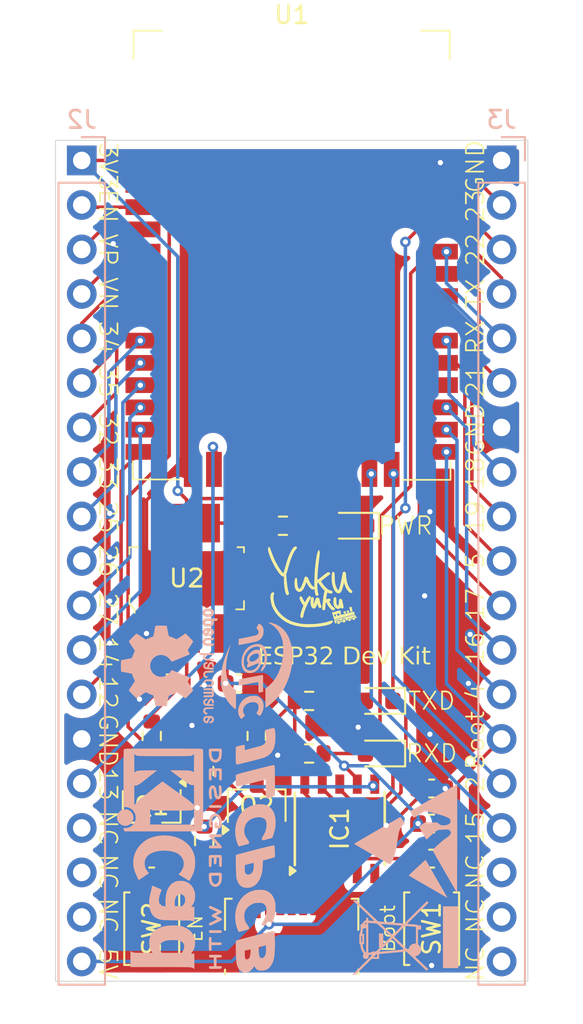
<source format=kicad_pcb>
(kicad_pcb (version 20240108) (generator "pcbnew") (generator_version "8.0")
  (layers (0 "F.Cu" signal) (31 "B.Cu" signal) (34 "B.Paste" user) (35 "F.Paste" user) (36 "B.SilkS" user "B.Silkscreen") (37 "F.SilkS" user "F.Silkscreen") (38 "B.Mask" user) (39 "F.Mask" user) (44 "Edge.Cuts" user))
  (net 0 "")
  (net 1 "+5V")
  (net 2 "+3.3V")
  (net 3 "GND")
  (net 4 "Net-(Q1-B)")
  (net 5 "/~{DTR}")
  (net 6 "Net-(Q2-B)")
  (net 7 "/~{RTS}")
  (net 8 "/Boot")
  (net 9 "/EN")
  (net 10 "Net-(D1-A)")
  (net 11 "Net-(D2-A)")
  (net 12 "Net-(D3-A)")
  (net 14 "/IO23")
  (net 16 "/IO2{slash}pulldown")
  (net 18 "/IO34")
  (net 20 "/IO32")
  (net 21 "/TXD")
  (net 22 "/VP")
  (net 23 "/IO26")
  (net 25 "/IO14")
  (net 26 "/IO4")
  (net 27 "/RXD")
  (net 28 "/IO25")
  (net 29 "/IO35")
  (net 31 "/IO13")
  (net 32 "/IO18")
  (net 33 "/IO17")
  (net 34 "/IO33")
  (net 35 "/IO19")
  (net 36 "/IO15{slash}pullup")
  (net 37 "/VN")
  (net 39 "/IO21")
  (net 40 "/IO5{slash}pullup")
  (net 41 "/IO27")
  (net 42 "/IO16")
  (net 43 "/IO12{slash}pulldown")
  (net 44 "/IO22")
  (net 46 "Net-(IC1-V3)")
  (net 47 "Net-(IC1-UD+)")
  (net 48 "Net-(IC1-UD-)")
  (footprint "Resistor_SMD:R_0603_1608Metric" (layer "F.Cu") (at 165 125 180)
    (property "Reference" "R6" (hide yes))
    (property "Value" "1k")
    (pad "1" smd roundrect (at -0.825 0 180) (size 0.8 0.95) (layers "F.Cu" "F.Paste" "F.Mask") (net 11 "Net-(D2-A)"))
    (pad "2" smd roundrect (at 0.825 0 180) (size 0.8 0.95) (layers "F.Cu" "F.Paste" "F.Mask") (net 2 "+3.3V"))
  )
  (footprint "digikey-footprints:SOT-223" (layer "F.Cu") (at 158 115)
    (property "Reference" "U2" (at 0 0 0) (layer "F.SilkS"))
    (property "Value" "AZ1117CH-3_3TRG1")
    (pad "1" smd rect (at -2.3 3.15) (size 1.5 2.2) (layers "F.Cu" "F.Paste" "F.Mask") (net 3 "GND"))
    (pad "2" smd rect (at 0 3.15) (size 1.5 2.2) (layers "F.Cu" "F.Paste" "F.Mask") (net 2 "+3.3V"))
    (pad "3" smd rect (at 2.3 3.15) (size 1.5 2.2) (layers "F.Cu" "F.Paste" "F.Mask") (net 1 "+5V"))
    (pad "4" smd rect (at 0 -3.15) (size 3.8 2.2) (layers "F.Cu" "F.Paste" "F.Mask") (net 2 "+3.3V"))
  )
  (footprint "digikey-footprints:ESP32-WROOM-32E" (layer "F.Cu") (at 164 99.53)
    (property "Reference" "U1" (at 0.01 -16.69 0) (layer "F.SilkS"))
    (property "Value" "ESP32-WROOM-32E")
    (pad "1" smd rect (at -8.5 -8.255) (size 2 0.9) (layers "F.Cu" "F.Paste" "F.Mask") (net 3 "GND"))
    (pad "2" smd rect (at -8.5 -6.985) (size 2 0.9) (layers "F.Cu" "F.Paste" "F.Mask") (net 2 "+3.3V"))
    (pad "3" smd rect (at -8.5 -5.715) (size 2 0.9) (layers "F.Cu" "F.Paste" "F.Mask") (net 9 "/EN"))
    (pad "4" smd rect (at -8.5 -4.445) (size 2 0.9) (layers "F.Cu" "F.Paste" "F.Mask") (net 22 "/VP"))
    (pad "5" smd rect (at -8.5 -3.175) (size 2 0.9) (layers "F.Cu" "F.Paste" "F.Mask") (net 37 "/VN"))
    (pad "6" smd rect (at -8.5 -1.905) (size 2 0.9) (layers "F.Cu" "F.Paste" "F.Mask") (net 18 "/IO34"))
    (pad "7" smd rect (at -8.5 -0.635) (size 2 0.9) (layers "F.Cu" "F.Paste" "F.Mask") (net 29 "/IO35"))
    (pad "8" smd rect (at -8.5 0.635) (size 2 0.9) (layers "F.Cu" "F.Paste" "F.Mask") (net 20 "/IO32"))
    (pad "9" smd rect (at -8.5 1.905) (size 2 0.9) (layers "F.Cu" "F.Paste" "F.Mask") (net 34 "/IO33"))
    (pad "10" smd rect (at -8.5 3.175) (size 2 0.9) (layers "F.Cu" "F.Paste" "F.Mask") (net 28 "/IO25"))
    (pad "11" smd rect (at -8.5 4.445) (size 2 0.9) (layers "F.Cu" "F.Paste" "F.Mask") (net 23 "/IO26"))
    (pad "12" smd rect (at -8.5 5.715) (size 2 0.9) (layers "F.Cu" "F.Paste" "F.Mask") (net 41 "/IO27"))
    (pad "13" smd rect (at -8.5 6.985) (size 2 0.9) (layers "F.Cu" "F.Paste" "F.Mask") (net 25 "/IO14"))
    (pad "14" smd rect (at -8.5 8.255) (size 2 0.9) (layers "F.Cu" "F.Paste" "F.Mask") (net 43 "/IO12{slash}pulldown"))
    (pad "15" smd rect (at -5.715 9.255 90) (size 2 0.9) (layers "F.Cu" "F.Paste" "F.Mask") (net 3 "GND"))
    (pad "16" smd rect (at -4.445 9.255 90) (size 2 0.9) (layers "F.Cu" "F.Paste" "F.Mask") (net 31 "/IO13"))
    (pad "17" smd rect (at -3.175 9.255 90) (size 2 0.9) (layers "F.Cu" "F.Paste" "F.Mask"))
    (pad "18" smd rect (at -1.905 9.255 90) (size 2 0.9) (layers "F.Cu" "F.Paste" "F.Mask"))
    (pad "19" smd rect (at -0.635 9.255 90) (size 2 0.9) (layers "F.Cu" "F.Paste" "F.Mask"))
    (pad "20" smd rect (at 0.635 9.255 90) (size 2 0.9) (layers "F.Cu" "F.Paste" "F.Mask"))
    (pad "21" smd rect (at 1.905 9.255 90) (size 2 0.9) (layers "F.Cu" "F.Paste" "F.Mask"))
    (pad "22" smd rect (at 3.175 9.255 90) (size 2 0.9) (layers "F.Cu" "F.Paste" "F.Mask"))
    (pad "23" smd rect (at 4.445 9.255 90) (size 2 0.9) (layers "F.Cu" "F.Paste" "F.Mask") (net 36 "/IO15{slash}pullup"))
    (pad "24" smd rect (at 5.715 9.255 90) (size 2 0.9) (layers "F.Cu" "F.Paste" "F.Mask") (net 16 "/IO2{slash}pulldown"))
    (pad "25" smd rect (at 8.5 8.255) (size 2 0.9) (layers "F.Cu" "F.Paste" "F.Mask") (net 8 "/Boot"))
    (pad "26" smd rect (at 8.5 6.985) (size 2 0.9) (layers "F.Cu" "F.Paste" "F.Mask") (net 26 "/IO4"))
    (pad "27" smd rect (at 8.5 5.715) (size 2 0.9) (layers "F.Cu" "F.Paste" "F.Mask") (net 42 "/IO16"))
    (pad "28" smd rect (at 8.5 4.445) (size 2 0.9) (layers "F.Cu" "F.Paste" "F.Mask") (net 33 "/IO17"))
    (pad "29" smd rect (at 8.5 3.175) (size 2 0.9) (layers "F.Cu" "F.Paste" "F.Mask") (net 40 "/IO5{slash}pullup"))
    (pad "30" smd rect (at 8.5 1.905) (size 2 0.9) (layers "F.Cu" "F.Paste" "F.Mask") (net 32 "/IO18"))
    (pad "31" smd rect (at 8.5 0.635) (size 2 0.9) (layers "F.Cu" "F.Paste" "F.Mask") (net 35 "/IO19"))
    (pad "32" smd rect (at 8.5 -0.635) (size 2 0.9) (layers "F.Cu" "F.Paste" "F.Mask"))
    (pad "33" smd rect (at 8.5 -1.905) (size 2 0.9) (layers "F.Cu" "F.Paste" "F.Mask") (net 39 "/IO21"))
    (pad "34" smd rect (at 8.5 -3.175) (size 2 0.9) (layers "F.Cu" "F.Paste" "F.Mask") (net 27 "/RXD"))
    (pad "35" smd rect (at 8.5 -4.445) (size 2 0.9) (layers "F.Cu" "F.Paste" "F.Mask") (net 21 "/TXD"))
    (pad "36" smd rect (at 8.5 -5.715) (size 2 0.9) (layers "F.Cu" "F.Paste" "F.Mask") (net 44 "/IO22"))
    (pad "37" smd rect (at 8.5 -6.985) (size 2 0.9) (layers "F.Cu" "F.Paste" "F.Mask") (net 14 "/IO23"))
    (pad "38" smd rect (at 8.5 -8.255) (size 2 0.9) (layers "F.Cu" "F.Paste" "F.Mask") (net 3 "GND"))
    (pad "39" smd rect (at -1 -1.755) (size 5 5) (layers "F.Cu" "F.Paste" "F.Mask") (net 3 "GND"))
  )
  (footprint "Resistor_SMD:R_0603_1608Metric" (layer "F.Cu") (at 159 126 90)
    (property "Reference" "R1" (hide yes))
    (property "Value" "10k")
    (pad "1" smd roundrect (at -0.825 0 90) (size 0.8 0.95) (layers "F.Cu" "F.Paste" "F.Mask") (net 5 "/~{DTR}"))
    (pad "2" smd roundrect (at 0.825 0 90) (size 0.8 0.95) (layers "F.Cu" "F.Paste" "F.Mask") (net 4 "Net-(Q1-B)"))
  )
  (footprint "Resistor_SMD:R_0603_1608Metric" (layer "F.Cu") (at 165 122 180)
    (property "Reference" "R5" (hide yes))
    (property "Value" "1k")
    (pad "1" smd roundrect (at -0.825 0 180) (size 0.8 0.95) (layers "F.Cu" "F.Paste" "F.Mask") (net 10 "Net-(D1-A)"))
    (pad "2" smd roundrect (at 0.825 0 180) (size 0.8 0.95) (layers "F.Cu" "F.Paste" "F.Mask") (net 2 "+3.3V"))
  )
  (footprint "Connector_USB:USB_Micro-B_Molex_47346-0001" (layer "F.Cu") (at 164 135)
    (property "Reference" "J1" (hide yes))
    (property "Value" "USB_B_Micro")
    (pad "1" smd rect (at -1.3 -1.46) (size 0.45 1.38) (layers "F.Cu" "F.Paste" "F.Mask") (net 1 "+5V"))
    (pad "2" smd rect (at -0.65 -1.46) (size 0.45 1.38) (layers "F.Cu" "F.Paste" "F.Mask") (net 48 "Net-(IC1-UD-)"))
    (pad "3" smd rect (at 0 -1.46) (size 0.45 1.38) (layers "F.Cu" "F.Paste" "F.Mask") (net 47 "Net-(IC1-UD+)"))
    (pad "4" smd rect (at 0.65 -1.46) (size 0.45 1.38) (layers "F.Cu" "F.Paste" "F.Mask"))
    (pad "5" smd rect (at 1.3 -1.46) (size 0.45 1.38) (layers "F.Cu" "F.Paste" "F.Mask") (net 3 "GND"))
    (pad "6" smd rect (at -3.375 1.2) (size 1.65 1.3) (layers "F.Cu" "F.Paste" "F.Mask") (net 3 "GND"))
    (pad "6" smd rect (at -2.4875 -1.375) (size 1.425 1.55) (layers "F.Cu" "F.Paste" "F.Mask") (net 3 "GND"))
    (pad "6" smd rect (at -1.15 1.2) (size 1.8 1.9) (layers "F.Cu" "F.Paste" "F.Mask") (net 3 "GND"))
    (pad "6" smd rect (at 1.55 1.2) (size 1 1.9) (layers "F.Cu" "F.Paste" "F.Mask") (net 3 "GND"))
    (pad "6" smd rect (at 2.4875 -1.375) (size 1.425 1.55) (layers "F.Cu" "F.Paste" "F.Mask") (net 3 "GND"))
    (pad "6" smd rect (at 3.375 1.2) (size 1.65 1.3) (layers "F.Cu" "F.Paste" "F.Mask") (net 3 "GND"))
  )
  (footprint "Resistor_SMD:R_0603_1608Metric" (layer "F.Cu") (at 163.5 112 180)
    (property "Reference" "R7" (hide yes))
    (property "Value" "1k")
    (pad "1" smd roundrect (at -0.825 0 180) (size 0.8 0.95) (layers "F.Cu" "F.Paste" "F.Mask") (net 12 "Net-(D3-A)"))
    (pad "2" smd roundrect (at 0.825 0 180) (size 0.8 0.95) (layers "F.Cu" "F.Paste" "F.Mask") (net 2 "+3.3V"))
  )
  (footprint "Capacitor_SMD:C_0603_1608Metric" (layer "F.Cu") (at 172 129)
    (property "Reference" "C1" (hide yes))
    (property "Value" "0.1uF")
    (pad "1" smd roundrect (at -0.775 0) (size 0.9 0.95) (layers "F.Cu" "F.Paste" "F.Mask") (net 1 "+5V"))
    (pad "2" smd roundrect (at 0.775 0) (size 0.9 0.95) (layers "F.Cu" "F.Paste" "F.Mask") (net 3 "GND"))
  )
  (footprint "LED_SMD:LED_0603_1608Metric" (layer "F.Cu") (at 169 122 180)
    (property "Reference" "D1" (hide yes))
    (property "Value" "LED_yellow")
    (pad "1" smd roundrect (at -0.7875 0 180) (size 0.875 0.95) (layers "F.Cu" "F.Paste" "F.Mask") (net 21 "/TXD"))
    (pad "2" smd roundrect (at 0.7875 0 180) (size 0.875 0.95) (layers "F.Cu" "F.Paste" "F.Mask") (net 10 "Net-(D1-A)"))
  )
  (footprint "Resistor_SMD:R_0603_1608Metric" (layer "F.Cu") (at 156 124 -90)
    (property "Reference" "R4" (hide yes))
    (property "Value" "10k")
    (pad "1" smd roundrect (at -0.825 0 270) (size 0.8 0.95) (layers "F.Cu" "F.Paste" "F.Mask") (net 2 "+3.3V"))
    (pad "2" smd roundrect (at 0.825 0 270) (size 0.8 0.95) (layers "F.Cu" "F.Paste" "F.Mask") (net 9 "/EN"))
  )
  (footprint "Package_TO_SOT_SMD:SC-59" (layer "F.Cu") (at 156 128 -90)
    (property "Reference" "Q1" (at 0 0 180) (layer "F.SilkS"))
    (property "Value" "Q_NPN_BEC")
    (pad "1" smd roundrect (at -1.2 -0.95 270) (size 0.9 0.8) (layers "F.Cu" "F.Paste" "F.Mask") (net 4 "Net-(Q1-B)"))
    (pad "2" smd roundrect (at -1.2 0.95 270) (size 0.9 0.8) (layers "F.Cu" "F.Paste" "F.Mask") (net 7 "/~{RTS}"))
    (pad "3" smd roundrect (at 1.2 0 270) (size 0.9 0.8) (layers "F.Cu" "F.Paste" "F.Mask") (net 9 "/EN"))
  )
  (footprint "Capacitor_SMD:C_0603_1608Metric" (layer "F.Cu") (at 157 121 180)
    (property "Reference" "C6" (hide yes))
    (property "Value" "22uF")
    (pad "1" smd roundrect (at -0.775 0 180) (size 0.9 0.95) (layers "F.Cu" "F.Paste" "F.Mask") (net 2 "+3.3V"))
    (pad "2" smd roundrect (at 0.775 0 180) (size 0.9 0.95) (layers "F.Cu" "F.Paste" "F.Mask") (net 3 "GND"))
  )
  (footprint "Capacitor_SMD:C_0603_1608Metric" (layer "F.Cu") (at 161 121)
    (property "Reference" "C5" (hide yes))
    (property "Value" "10uF")
    (pad "1" smd roundrect (at -0.775 0) (size 0.9 0.95) (layers "F.Cu" "F.Paste" "F.Mask") (net 1 "+5V"))
    (pad "2" smd roundrect (at 0.775 0) (size 0.9 0.95) (layers "F.Cu" "F.Paste" "F.Mask") (net 3 "GND"))
  )
  (footprint "Button_Switch_SMD:SW_Push_SPST_NO_Alps_SKRK" (layer "F.Cu") (at 156 135 90)
    (property "Reference" "SW2" (at 0 0 -90) (layer "F.SilkS"))
    (property "Value" "SW_Push")
    (pad "1" smd roundrect (at -2.1 0 90) (size 0.8 2) (layers "F.Cu" "F.Paste" "F.Mask") (net 3 "GND"))
    (pad "2" smd roundrect (at 2.1 0 90) (size 0.8 2) (layers "F.Cu" "F.Paste" "F.Mask") (net 9 "/EN"))
  )
  (footprint "Package_TO_SOT_SMD:SC-59" (layer "F.Cu") (at 162 128 90)
    (property "Reference" "Q2" (at 0 0 0) (layer "F.SilkS"))
    (property "Value" "Q_NPN_BEC")
    (pad "1" smd roundrect (at -1.2 -0.95 90) (size 0.9 0.8) (layers "F.Cu" "F.Paste" "F.Mask") (net 6 "Net-(Q2-B)"))
    (pad "2" smd roundrect (at -1.2 0.95 90) (size 0.9 0.8) (layers "F.Cu" "F.Paste" "F.Mask") (net 5 "/~{DTR}"))
    (pad "3" smd roundrect (at 1.2 0 90) (size 0.9 0.8) (layers "F.Cu" "F.Paste" "F.Mask") (net 8 "/Boot"))
  )
  (footprint "LED_SMD:LED_0603_1608Metric" (layer "F.Cu") (at 169 125 180)
    (property "Reference" "D2" (hide yes))
    (property "Value" "LED_yellow")
    (pad "1" smd roundrect (at -0.7875 0 180) (size 0.875 0.95) (layers "F.Cu" "F.Paste" "F.Mask") (net 27 "/RXD"))
    (pad "2" smd roundrect (at 0.7875 0 180) (size 0.875 0.95) (layers "F.Cu" "F.Paste" "F.Mask") (net 11 "Net-(D2-A)"))
  )
  (footprint "Capacitor_SMD:C_0603_1608Metric" (layer "F.Cu") (at 172 131)
    (property "Reference" "C3" (hide yes))
    (property "Value" "0.1uF")
    (pad "1" smd roundrect (at -0.775 0) (size 0.9 0.95) (layers "F.Cu" "F.Paste" "F.Mask") (net 8 "/Boot"))
    (pad "2" smd roundrect (at 0.775 0) (size 0.9 0.95) (layers "F.Cu" "F.Paste" "F.Mask") (net 3 "GND"))
  )
  (footprint "Package_SO:SSOP-10_3.9x4.9mm_P1.00mm" (layer "F.Cu") (at 166.75 129.3 90)
    (property "Reference" "IC1" (at 0 0 90) (layer "F.SilkS"))
    (property "Value" "~")
    (pad "1" smd rect (at -2.55 -2 90) (size 1.1 0.51) (layers "F.Cu" "F.Paste" "F.Mask") (net 47 "Net-(IC1-UD+)"))
    (pad "2" smd rect (at -2.55 -1 90) (size 1.1 0.51) (layers "F.Cu" "F.Paste" "F.Mask") (net 48 "Net-(IC1-UD-)"))
    (pad "3" smd rect (at -2.55 0 90) (size 1.1 0.51) (layers "F.Cu" "F.Paste" "F.Mask") (net 3 "GND"))
    (pad "4" smd rect (at -2.55 1 90) (size 1.1 0.51) (layers "F.Cu" "F.Paste" "F.Mask") (net 5 "/~{DTR}"))
    (pad "5" smd rect (at -2.55 2 90) (size 1.1 0.51) (layers "F.Cu" "F.Paste" "F.Mask"))
    (pad "6" smd rect (at 2.55 2 90) (size 1.1 0.51) (layers "F.Cu" "F.Paste" "F.Mask") (net 7 "/~{RTS}"))
    (pad "7" smd rect (at 2.55 1 90) (size 1.1 0.51) (layers "F.Cu" "F.Paste" "F.Mask") (net 1 "+5V"))
    (pad "8" smd rect (at 2.55 0 90) (size 1.1 0.51) (layers "F.Cu" "F.Paste" "F.Mask") (net 27 "/RXD"))
    (pad "9" smd rect (at 2.55 -1 90) (size 1.1 0.51) (layers "F.Cu" "F.Paste" "F.Mask") (net 21 "/TXD"))
    (pad "10" smd rect (at 2.55 -2 90) (size 1.1 0.51) (layers "F.Cu" "F.Paste" "F.Mask") (net 46 "Net-(IC1-V3)"))
  )
  (footprint "Button_Switch_SMD:SW_Push_SPST_NO_Alps_SKRK" (layer "F.Cu") (at 172 135 90)
    (property "Reference" "SW1" (at 0 0 -90) (layer "F.SilkS"))
    (property "Value" "SW_Push")
    (pad "1" smd roundrect (at -2.1 0 90) (size 0.8 2) (layers "F.Cu" "F.Paste" "F.Mask") (net 3 "GND"))
    (pad "2" smd roundrect (at 2.1 0 90) (size 0.8 2) (layers "F.Cu" "F.Paste" "F.Mask") (net 8 "/Boot"))
  )
  (footprint "Resistor_SMD:R_0603_1608Metric" (layer "F.Cu") (at 162 124 -90)
    (property "Reference" "R3" (hide yes))
    (property "Value" "10k")
    (pad "1" smd roundrect (at -0.825 0 270) (size 0.8 0.95) (layers "F.Cu" "F.Paste" "F.Mask") (net 2 "+3.3V"))
    (pad "2" smd roundrect (at 0.825 0 270) (size 0.8 0.95) (layers "F.Cu" "F.Paste" "F.Mask") (net 8 "/Boot"))
  )
  (footprint "Resistor_SMD:R_0603_1608Metric" (layer "F.Cu") (at 159 130 -90)
    (property "Reference" "R2" (hide yes))
    (property "Value" "10k")
    (pad "1" smd roundrect (at -0.825 0 270) (size 0.8 0.95) (layers "F.Cu" "F.Paste" "F.Mask") (net 7 "/~{RTS}"))
    (pad "2" smd roundrect (at 0.825 0 270) (size 0.8 0.95) (layers "F.Cu" "F.Paste" "F.Mask") (net 6 "Net-(Q2-B)"))
  )
  (footprint "LED_SMD:LED_0603_1608Metric" (layer "F.Cu") (at 167.5 112 180)
    (property "Reference" "D3" (hide yes))
    (property "Value" "LED_red")
    (pad "1" smd roundrect (at -0.7875 0 180) (size 0.875 0.95) (layers "F.Cu" "F.Paste" "F.Mask") (net 3 "GND"))
    (pad "2" smd roundrect (at 0.7875 0 180) (size 0.875 0.95) (layers "F.Cu" "F.Paste" "F.Mask") (net 12 "Net-(D3-A)"))
  )
  (footprint "Capacitor_SMD:C_0603_1608Metric" (layer "F.Cu") (at 172 127)
    (property "Reference" "C2" (hide yes))
    (property "Value" "0.1uF")
    (pad "1" smd roundrect (at -0.775 0) (size 0.9 0.95) (layers "F.Cu" "F.Paste" "F.Mask") (net 46 "Net-(IC1-V3)"))
    (pad "2" smd roundrect (at 0.775 0) (size 0.9 0.95) (layers "F.Cu" "F.Paste" "F.Mask") (net 3 "GND"))
  )
  (footprint "Logo:Yukuyuku" (layer "F.Cu") (at 165 115)
    (property "Reference" "G***" (hide yes))
    (property "Value" "LOGO" (hide yes))
  )
  (footprint "Capacitor_SMD:C_0603_1608Metric" (layer "F.Cu") (at 156 131)
    (property "Reference" "C4" (hide yes))
    (property "Value" "0.1uF")
    (pad "1" smd roundrect (at -0.775 0) (size 0.9 0.95) (layers "F.Cu" "F.Paste" "F.Mask") (net 9 "/EN"))
    (pad "2" smd roundrect (at 0.775 0) (size 0.9 0.95) (layers "F.Cu" "F.Paste" "F.Mask") (net 3 "GND"))
  )
  (footprint "Symbol:WEEE-Logo_4.2x6mm_SilkScreen" (layer "B.Cu") (at 170.5 135.5 -90)
    (property "Reference" "REF**" (hide yes))
    (property "Value" "WEEE-Logo_4.2x6mm_SilkScreen" (hide yes))
  )
  (footprint "Logo:JLCPCB" (layer "B.Cu") (at 162 127.5 -90)
    (property "Reference" "G***" (hide yes))
    (property "Value" "LOGO" (hide yes))
  )
  (footprint "Symbol:OSHW-Logo2_7.3x6mm_SilkScreen" (layer "B.Cu") (at 157 120 -90)
    (property "Reference" "REF**" (hide yes))
    (property "Value" "OSHW-Logo2_7.3x6mm_SilkScreen" (hide yes))
  )
  (footprint "Symbol:ESD-Logo_6.6x6mm_SilkScreen" (layer "B.Cu") (at 170.5 130 -90)
    (property "Reference" "REF**" (hide yes))
    (property "Value" "ESD-Logo_6.6x6mm_SilkScreen" (hide yes))
  )
  (footprint "Symbol:KiCad-Logo2_5mm_SilkScreen" (layer "B.Cu") (at 157 131 -90)
    (property "Reference" "REF**" (hide yes))
    (property "Value" "KiCad-Logo2_5mm_SilkScreen" (hide yes))
  )
  (footprint "Connector_PinHeader_2.54mm:PinHeader_1x19_P2.54mm_Vertical" (layer "B.Cu") (at 176 91.15 180)
    (property "Reference" "J3" (at 0 2.33 180) (layer "B.SilkS") (effects (justify mirror)))
    (property "Value" "Conn_01x19")
    (pad "1" thru_hole rect (at 0 0 180) (size 1.7 1.7) (drill 1) (layers "*.Cu" "*.Mask") (net 3 "GND"))
    (pad "2" thru_hole oval (at 0 -2.54 180) (size 1.7 1.7) (drill 1) (layers "*.Cu" "*.Mask") (net 14 "/IO23"))
    (pad "3" thru_hole oval (at 0 -5.08 180) (size 1.7 1.7) (drill 1) (layers "*.Cu" "*.Mask") (net 44 "/IO22"))
    (pad "4" thru_hole oval (at 0 -7.62 180) (size 1.7 1.7) (drill 1) (layers "*.Cu" "*.Mask") (net 21 "/TXD"))
    (pad "5" thru_hole oval (at 0 -10.16 180) (size 1.7 1.7) (drill 1) (layers "*.Cu" "*.Mask") (net 27 "/RXD"))
    (pad "6" thru_hole oval (at 0 -12.7 180) (size 1.7 1.7) (drill 1) (layers "*.Cu" "*.Mask") (net 39 "/IO21"))
    (pad "7" thru_hole oval (at 0 -15.24 180) (size 1.7 1.7) (drill 1) (layers "*.Cu" "*.Mask") (net 3 "GND"))
    (pad "8" thru_hole oval (at 0 -17.78 180) (size 1.7 1.7) (drill 1) (layers "*.Cu" "*.Mask") (net 32 "/IO18"))
    (pad "9" thru_hole oval (at 0 -20.32 180) (size 1.7 1.7) (drill 1) (layers "*.Cu" "*.Mask") (net 35 "/IO19"))
    (pad "10" thru_hole oval (at 0 -22.86 180) (size 1.7 1.7) (drill 1) (layers "*.Cu" "*.Mask") (net 40 "/IO5{slash}pullup"))
    (pad "11" thru_hole oval (at 0 -25.4 180) (size 1.7 1.7) (drill 1) (layers "*.Cu" "*.Mask") (net 33 "/IO17"))
    (pad "12" thru_hole oval (at 0 -27.94 180) (size 1.7 1.7) (drill 1) (layers "*.Cu" "*.Mask") (net 42 "/IO16"))
    (pad "13" thru_hole oval (at 0 -30.48 180) (size 1.7 1.7) (drill 1) (layers "*.Cu" "*.Mask") (net 26 "/IO4"))
    (pad "14" thru_hole oval (at 0 -33.02 180) (size 1.7 1.7) (drill 1) (layers "*.Cu" "*.Mask") (net 8 "/Boot"))
    (pad "15" thru_hole oval (at 0 -35.56 180) (size 1.7 1.7) (drill 1) (layers "*.Cu" "*.Mask") (net 16 "/IO2{slash}pulldown"))
    (pad "16" thru_hole oval (at 0 -38.1 180) (size 1.7 1.7) (drill 1) (layers "*.Cu" "*.Mask") (net 36 "/IO15{slash}pullup"))
    (pad "17" thru_hole oval (at 0 -40.64 180) (size 1.7 1.7) (drill 1) (layers "*.Cu" "*.Mask"))
    (pad "18" thru_hole oval (at 0 -43.18 180) (size 1.7 1.7) (drill 1) (layers "*.Cu" "*.Mask"))
    (pad "19" thru_hole oval (at 0 -45.72 180) (size 1.7 1.7) (drill 1) (layers "*.Cu" "*.Mask"))
  )
  (footprint "Connector_PinHeader_2.54mm:PinHeader_1x19_P2.54mm_Vertical" (layer "B.Cu") (at 152 91.15 180)
    (property "Reference" "J2" (at 0 2.33 180) (layer "B.SilkS") (effects (justify mirror)))
    (property "Value" "Conn_01x19")
    (pad "1" thru_hole rect (at 0 0 180) (size 1.7 1.7) (drill 1) (layers "*.Cu" "*.Mask") (net 2 "+3.3V"))
    (pad "2" thru_hole oval (at 0 -2.54 180) (size 1.7 1.7) (drill 1) (layers "*.Cu" "*.Mask") (net 9 "/EN"))
    (pad "3" thru_hole oval (at 0 -5.08 180) (size 1.7 1.7) (drill 1) (layers "*.Cu" "*.Mask") (net 22 "/VP"))
    (pad "4" thru_hole oval (at 0 -7.62 180) (size 1.7 1.7) (drill 1) (layers "*.Cu" "*.Mask") (net 37 "/VN"))
    (pad "5" thru_hole oval (at 0 -10.16 180) (size 1.7 1.7) (drill 1) (layers "*.Cu" "*.Mask") (net 18 "/IO34"))
    (pad "6" thru_hole oval (at 0 -12.7 180) (size 1.7 1.7) (drill 1) (layers "*.Cu" "*.Mask") (net 29 "/IO35"))
    (pad "7" thru_hole oval (at 0 -15.24 180) (size 1.7 1.7) (drill 1) (layers "*.Cu" "*.Mask") (net 20 "/IO32"))
    (pad "8" thru_hole oval (at 0 -17.78 180) (size 1.7 1.7) (drill 1) (layers "*.Cu" "*.Mask") (net 34 "/IO33"))
    (pad "9" thru_hole oval (at 0 -20.32 180) (size 1.7 1.7) (drill 1) (layers "*.Cu" "*.Mask") (net 28 "/IO25"))
    (pad "10" thru_hole oval (at 0 -22.86 180) (size 1.7 1.7) (drill 1) (layers "*.Cu" "*.Mask") (net 23 "/IO26"))
    (pad "11" thru_hole oval (at 0 -25.4 180) (size 1.7 1.7) (drill 1) (layers "*.Cu" "*.Mask") (net 41 "/IO27"))
    (pad "12" thru_hole oval (at 0 -27.94 180) (size 1.7 1.7) (drill 1) (layers "*.Cu" "*.Mask") (net 25 "/IO14"))
    (pad "13" thru_hole oval (at 0 -30.48 180) (size 1.7 1.7) (drill 1) (layers "*.Cu" "*.Mask") (net 43 "/IO12{slash}pulldown"))
    (pad "14" thru_hole oval (at 0 -33.02 180) (size 1.7 1.7) (drill 1) (layers "*.Cu" "*.Mask") (net 3 "GND"))
    (pad "15" thru_hole oval (at 0 -35.56 180) (size 1.7 1.7) (drill 1) (layers "*.Cu" "*.Mask") (net 31 "/IO13"))
    (pad "16" thru_hole oval (at 0 -38.1 180) (size 1.7 1.7) (drill 1) (layers "*.Cu" "*.Mask"))
    (pad "17" thru_hole oval (at 0 -40.64 180) (size 1.7 1.7) (drill 1) (layers "*.Cu" "*.Mask"))
    (pad "18" thru_hole oval (at 0 -43.18 180) (size 1.7 1.7) (drill 1) (layers "*.Cu" "*.Mask"))
    (pad "19" thru_hole oval (at 0 -45.72 180) (size 1.7 1.7) (drill 1) (layers "*.Cu" "*.Mask") (net 1 "+5V"))
  )
  (gr_rect (start 150.5 90) (end 177.5 138) (stroke (width 0.05)) (fill none) (layer "Edge.Cuts"))
  (gr_text "26" (at 153.5 114 270) (layer "F.SilkS") (effects (font (size 1 1) (thickness 0.1))))
  (gr_text "16" (at 174.5 119 90) (layer "F.SilkS") (effects (font (size 1 1) (thickness 0.1))))
  (gr_text "ESP32 Dev Kit" (at 167 119.5 0) (layer "F.SilkS") (effects (font (size 1 1) (thickness 0.1))))
  (gr_text "13" (at 153.5 126.75 270) (layer "F.SilkS") (effects (font (size 1 1) (thickness 0.1))))
  (gr_text "27" (at 153.5 116.75 270) (layer "F.SilkS") (effects (font (size 1 1) (thickness 0.1))))
  (gr_text "Boot" (at 174.5 124.25 90) (layer "F.SilkS") (effects (font (size 1 1) (thickness 0.1))))
  (gr_text "18" (at 174.5 109 90) (layer "F.SilkS") (effects (font (size 1 1) (thickness 0.1))))
  (gr_text "NC" (at 174.5 134.25 90) (layer "F.SilkS") (effects (font (size 1 1) (thickness 0.1))))
  (gr_text "TXD" (at 172 122 0) (layer "F.SilkS") (effects (font (size 1 1) (thickness 0.1))))
  (gr_text "3V3" (at 153.5 91.5 270) (layer "F.SilkS") (effects (font (size 1 1) (thickness 0.1))))
  (gr_text "14" (at 153.5 119.25 270) (layer "F.SilkS") (effects (font (size 1 1) (thickness 0.1))))
  (gr_text "21" (at 174.5 103.75 90) (layer "F.SilkS") (effects (font (size 1 1) (thickness 0.1))))
  (gr_text "NC" (at 174.5 137 90) (layer "F.SilkS") (effects (font (size 1 1) (thickness 0.1))))
  (gr_text "GND" (at 174.5 106.5 90) (layer "F.SilkS") (effects (font (size 1 1) (thickness 0.1))))
  (gr_text "4" (at 174.5 121.5 90) (layer "F.SilkS") (effects (font (size 1 1) (thickness 0.1))))
  (gr_text "RXD" (at 172 125 0) (layer "F.SilkS") (effects (font (size 1 1) (thickness 0.1))))
  (gr_text "GND" (at 153.5 124.25 270) (layer "F.SilkS") (effects (font (size 1 1) (thickness 0.1))))
  (gr_text "5" (at 174.5 114 90) (layer "F.SilkS") (effects (font (size 1 1) (thickness 0.1))))
  (gr_text "12" (at 153.5 121.5 270) (layer "F.SilkS") (effects (font (size 1 1) (thickness 0.1))))
  (gr_text "EN" (at 153.5 93.75 270) (layer "F.SilkS") (effects (font (size 1 1) (thickness 0.1))))
  (gr_text "35" (at 153.5 103.75 270) (layer "F.SilkS") (effects (font (size 1 1) (thickness 0.1))))
  (gr_text "34" (at 153.5 101.25 270) (layer "F.SilkS") (effects (font (size 1 1) (thickness 0.1))))
  (gr_text "VP" (at 153.5 96.25 270) (layer "F.SilkS") (effects (font (size 1 1) (thickness 0.1))))
  (gr_text "17" (at 174.5 116.5 90) (layer "F.SilkS") (effects (font (size 1 1) (thickness 0.1))))
  (gr_text "NC" (at 153.5 131.75 270) (layer "F.SilkS") (effects (font (size 1 1) (thickness 0.1))))
  (gr_text "RX" (at 174.5 101.25 90) (layer "F.SilkS") (effects (font (size 1 1) (thickness 0.1))))
  (gr_text "TX" (at 174.5 98.75 90) (layer "F.SilkS") (effects (font (size 1 1) (thickness 0.1))))
  (gr_text "NC" (at 153.5 134.25 270) (layer "F.SilkS") (effects (font (size 1 1) (thickness 0.1))))
  (gr_text "23" (at 174.5 93.75 90) (layer "F.SilkS") (effects (font (size 1 1) (thickness 0.1))))
  (gr_text "NC" (at 174.5 131.75 90) (layer "F.SilkS") (effects (font (size 1 1) (thickness 0.1))))
  (gr_text "VN" (at 153.5 98.75 270) (layer "F.SilkS") (effects (font (size 1 1) (thickness 0.1))))
  (gr_text "19" (at 174.5 111.5 90) (layer "F.SilkS") (effects (font (size 1 1) (thickness 0.1))))
  (gr_text "2" (at 174.5 126.75 90) (layer "F.SilkS") (effects (font (size 1 1) (thickness 0.1))))
  (gr_text "EN" (at 158.5 135 90) (layer "F.SilkS") (effects (font (size 0.8 0.8) (thickness 0.1))))
  (gr_text "15" (at 174.5 129.25 90) (layer "F.SilkS") (effects (font (size 1 1) (thickness 0.1))))
  (gr_text "NC" (at 153.5 129.25 270) (layer "F.SilkS") (effects (font (size 1 1) (thickness 0.1))))
  (gr_text "32" (at 153.5 106.5 270) (layer "F.SilkS") (effects (font (size 1 1) (thickness 0.1))))
  (gr_text "GND" (at 174.5 91.5 90) (layer "F.SilkS") (effects (font (size 1 1) (thickness 0.1))))
  (gr_text "22" (at 174.5 96.25 90) (layer "F.SilkS") (effects (font (size 1 1) (thickness 0.1))))
  (gr_text "33" (at 153.5 109 270) (layer "F.SilkS") (effects (font (size 1 1) (thickness 0.1))))
  (gr_text "25" (at 153.5 111.5 270) (layer "F.SilkS") (effects (font (size 1 1) (thickness 0.1))))
  (gr_text "PWR" (at 170.5 112 0) (layer "F.SilkS") (effects (font (size 1 1) (thickness 0.1))))
  (gr_text "Boot" (at 169.5 135 90) (layer "F.SilkS") (effects (font (size 0.8 0.8) (thickness 0.1))))
  (gr_text "5V" (at 153.5 137 -90) (layer "F.SilkS") (effects (font (size 1 1) (thickness 0.1))))
  (segment (start 160.3 118.15) (end 160.3 120.925) (width 0.2) (layer "F.Cu") (net 1))
  (segment (start 162.7 134.749998) (end 162.7 133.54) (width 0.2) (layer "F.Cu") (net 1))
  (segment (start 160.3 120.925) (end 160.225 121) (width 0.2) (layer "F.Cu") (net 1))
  (segment (start 167.75 126.45) (end 167.75 126.75) (width 0.2) (layer "F.Cu") (net 1))
  (segment (start 167 125.7) (end 167.75 126.45) (width 0.2) (layer "F.Cu") (net 1))
  (via (at 160.225 121) (size 0.6) (drill 0.3) (layers "F.Cu" "B.Cu") (net 1))
  (via (at 167 125.7) (size 0.6) (drill 0.3) (layers "F.Cu" "B.Cu") (net 1))
  (via (at 171.225 129) (size 0.6) (drill 0.3) (layers "F.Cu" "B.Cu") (net 1))
  (via (at 162.7 134.749998) (size 0.6) (drill 0.3) (layers "F.Cu" "B.Cu") (net 1))
  (segment (start 167 125.7) (end 162.3 121) (width 0.2) (layer "B.Cu") (net 1))
  (segment (start 167 125.7) (end 168.348529 125.7) (width 0.2) (layer "B.Cu") (net 1))
  (segment (start 160.579998 136.87) (end 162.7 134.749998) (width 0.2) (layer "B.Cu") (net 1))
  (segment (start 162.3 121) (end 160.225 121) (width 0.2) (layer "B.Cu") (net 1))
  (segment (start 162.7 134.749998) (end 165.475002 134.749998) (width 0.2) (layer "B.Cu") (net 1))
  (segment (start 171.225 128.576471) (end 171.225 129) (width 0.2) (layer "B.Cu") (net 1))
  (segment (start 152 136.87) (end 160.579998 136.87) (width 0.2) (layer "B.Cu") (net 1))
  (segment (start 165.475002 134.749998) (end 171.225 129) (width 0.2) (layer "B.Cu") (net 1))
  (segment (start 168.348529 125.7) (end 171.225 128.576471) (width 0.2) (layer "B.Cu") (net 1))
  (segment (start 162.525 111.85) (end 162.675 112) (width 0.2) (layer "F.Cu") (net 2))
  (segment (start 159.95 123.175) (end 162 123.175) (width 0.2) (layer "F.Cu") (net 2))
  (segment (start 157.775 121) (end 159.95 123.175) (width 0.2) (layer "F.Cu") (net 2))
  (segment (start 155.35 92.55) (end 154.82 92.55) (width 0.2) (layer "F.Cu") (net 2))
  (segment (start 158 111.85) (end 158 110.516608) (width 0.2) (layer "F.Cu") (net 2))
  (segment (start 158 111.85) (end 158 118.15) (width 0.2) (layer "F.Cu") (net 2))
  (segment (start 158 120.775) (end 157.775 121) (width 0.2) (layer "F.Cu") (net 2))
  (segment (start 154.82 92.55) (end 153.42 91.15) (width 0.2) (layer "F.Cu") (net 2))
  (segment (start 163 123.175) (end 164.175 122) (width 0.2) (layer "F.Cu") (net 2))
  (segment (start 158 111.85) (end 162.525 111.85) (width 0.2) (layer "F.Cu") (net 2))
  (segment (start 156 123.175) (end 156 122.775) (width 0.2) (layer "F.Cu") (net 2))
  (segment (start 156 122.775) (end 157.775 121) (width 0.2) (layer "F.Cu") (net 2))
  (segment (start 158 118.15) (end 158 120.775) (width 0.2) (layer "F.Cu") (net 2))
  (segment (start 164.175 122) (end 164.175 125) (width 0.2) (layer "F.Cu") (net 2))
  (segment (start 158 110.516608) (end 157.488758 110.005366) (width 0.2) (layer "F.Cu") (net 2))
  (segment (start 153.42 91.15) (end 152 91.15) (width 0.2) (layer "F.Cu") (net 2))
  (segment (start 162 123.175) (end 163 123.175) (width 0.2) (layer "F.Cu") (net 2))
  (via (at 157.488758 110.005366) (size 0.6) (drill 0.3) (layers "F.Cu" "B.Cu") (net 2))
  (segment (start 157.488758 110.005366) (end 157.488758 96.638758) (width 0.2) (layer "B.Cu") (net 2))
  (segment (start 157.488758 96.638758) (end 152 91.15) (width 0.2) (layer "B.Cu") (net 2))
  (segment (start 172.775 131) (end 172.775 129) (width 0.2) (layer "F.Cu") (net 3))
  (segment (start 156.775 131) (end 159.4 133.625) (width 0.2) (layer "F.Cu") (net 3))
  (segment (start 158.85 110.45) (end 166.7375 110.45) (width 0.2) (layer "F.Cu") (net 3))
  (segment (start 153.8 96.056346) (end 153.8 95.9) (width 0.2) (layer "F.Cu") (net 3))
  (segment (start 159.4 133.625) (end 161.5125 133.625) (width 0.2) (layer "F.Cu") (net 3))
  (segment (start 158.39 109.04) (end 158.39 109.99) (width 0.2) (layer "F.Cu") (net 3))
  (segment (start 161.775 121) (end 161.775 118.5125) (width 0.2) (layer "F.Cu") (net 3))
  (segment (start 160.625 136.2) (end 162.85 136.2) (width 0.2) (layer "F.Cu") (net 3))
  (segment (start 172.98 91.15) (end 172.85 91.28) (width 0.2) (layer "F.Cu") (net 3))
  (segment (start 165.3 133.54) (end 166.4025 133.54) (width 0.2) (layer "F.Cu") (net 3))
  (segment (start 167.375 134.5125) (end 166.4875 133.625) (width 0.2) (layer "F.Cu") (net 3))
  (segment (start 155.35 91.28) (end 156.3 91.28) (width 0.2) (layer "F.Cu") (net 3))
  (segment (start 168.275 137.1) (end 167.375 136.2) (width 0.2) (layer "F.Cu") (net 3))
  (segment (start 162.6 97.58) (end 162.6 99) (width 0.2) (layer "F.Cu") (net 3))
  (segment (start 160.625 134.5125) (end 161.5125 133.625) (width 0.2) (layer "F.Cu") (net 3))
  (segment (start 159.725 137.1) (end 160.625 136.2) (width 0.2) (layer "F.Cu") (net 3))
  (segment (start 161.775 118.5125) (end 168.2875 112) (width 0.2) (layer "F.Cu") (net 3))
  (segment (start 155.7 118.15) (end 155.7 120.475) (width 0.2) (layer "F.Cu") (net 3))
  (segment (start 172.775 127) (end 172.775 129) (width 0.2) (layer "F.Cu") (net 3))
  (segment (start 155.7 110.55) (end 155.7 118.15) (width 0.2) (layer "F.Cu") (net 3))
  (segment (start 167.375 136.2) (end 167.375 134.5125) (width 0.2) (layer "F.Cu") (net 3))
  (segment (start 158.39 109.99) (end 158.85 110.45) (width 0.2) (layer "F.Cu") (net 3))
  (segment (start 158.39 109.04) (end 157.21 109.04) (width 0.2) (layer "F.Cu") (net 3))
  (segment (start 165.55 136.2) (end 167.375 136.2) (width 0.2) (layer "F.Cu") (net 3))
  (segment (start 155.35 91.28) (end 172.85 91.28) (width 0.2) (layer "F.Cu") (net 3))
  (segment (start 156.3 91.28) (end 162.6 97.58) (width 0.2) (layer "F.Cu") (net 3))
  (segment (start 158.39 109.04) (end 158.39 103.21) (width 0.2) (layer "F.Cu") (net 3))
  (segment (start 155.7 120.475) (end 156.225 121) (width 0.2) (layer "F.Cu") (net 3))
  (segment (start 160.625 136.2) (end 160.625 134.5125) (width 0.2) (layer "F.Cu") (net 3))
  (segment (start 157.21 109.04) (end 155.7 110.55) (width 0.2) (layer "F.Cu") (net 3))
  (segment (start 158.39 103.21) (end 162.6 99) (width 0.2) (layer "F.Cu") (net 3))
  (segment (start 156 137.1) (end 159.725 137.1) (width 0.2) (layer "F.Cu") (net 3))
  (segment (start 162.85 136.2) (end 165.55 136.2) (width 0.2) (layer "F.Cu") (net 3))
  (segment (start 166.75 133.3625) (end 166.4875 133.625) (width 0.2) (layer "F.Cu") (net 3))
  (segment (start 176 91.15) (end 172.98 91.15) (width 0.2) (layer "F.Cu") (net 3))
  (segment (start 166.75 131.85) (end 166.75 133.3625) (width 0.2) (layer "F.Cu") (net 3))
  (segment (start 172 137.1) (end 168.275 137.1) (width 0.2) (layer "F.Cu") (net 3))
  (segment (start 166.4025 133.54) (end 166.4875 133.625) (width 0.2) (layer "F.Cu") (net 3))
  (segment (start 166.7375 110.45) (end 168.2875 112) (width 0.2) (layer "F.Cu") (net 3))
  (via (at 155.3 121.9) (size 0.6) (drill 0.3) (layers "F.Cu" "B.Cu") (net 3))
  (via (at 174.1 121) (size 0.6) (drill 0.3) (layers "F.Cu" "B.Cu") (net 3))
  (via (at 153.6 118.7) (size 0.6) (drill 0.3) (layers "F.Cu" "B.Cu") (net 3))
  (via (at 169.4 129.1) (size 0.6) (drill 0.3) (layers "F.Cu" "B.Cu") (net 3))
  (via (at 171.6 116) (size 0.6) (drill 0.3) (layers "F.Cu" "B.Cu") (net 3))
  (via (at 172.775 127) (size 0.6) (drill 0.3) (layers "F.Cu" "B.Cu") (net 3))
  (via (at 171.9 123.9) (size 0.6) (drill 0.3) (layers "F.Cu" "B.Cu") (net 3))
  (via (at 158.6 128.1) (size 0.6) (drill 0.3) (layers "F.Cu" "B.Cu") (net 3))
  (via (at 155.7 118.15) (size 0.6) (drill 0.3) (layers "F.Cu" "B.Cu") (net 3))
  (via (at 153.6 116.3) (size 0.6) (drill 0.3) (layers "F.Cu" "B.Cu") (net 3))
  (via (at 171.9 111.2) (size 0.6) (drill 0.3) (layers "F.Cu" "B.Cu") (net 3))
  (via (at 163.2 125.1) (size 0.6) (drill 0.3) (layers "F.Cu" "B.Cu") (net 3))
  (via (at 153.8 95.9) (size 0.6) (drill 0.3) (layers "F.Cu" "B.Cu") (net 3))
  (via (at 167.8 123.5) (size 0.6) (drill 0.3) (layers "F.Cu" "B.Cu") (net 3))
  (via (at 159 121.1) (size 0.6) (drill 0.3) (layers "F.Cu" "B.Cu") (net 3))
  (via (at 158.3 123.4) (size 0.6) (drill 0.3) (layers "F.Cu" "B.Cu") (net 3))
  (via (at 153.6 113.8) (size 0.6) (drill 0.3) (layers "F.Cu" "B.Cu") (net 3))
  (via (at 153.6 111.3) (size 0.6) (drill 0.3) (layers "F.Cu" "B.Cu") (net 3))
  (via (at 172 137.1) (size 0.6) (drill 0.3) (layers "F.Cu" "B.Cu") (net 3))
  (via (at 172.5 91.275) (size 0.6) (drill 0.3) (layers "F.Cu" "B.Cu") (net 3))
  (via (at 174.2 118.2) (size 0.6) (drill 0.3) (layers "F.Cu" "B.Cu") (net 3))
  (segment (start 171.5 97.5) (end 174.85 100.85) (width 0.2) (layer "B.Cu") (net 3))
  (segment (start 174.85 105.24) (end 176 106.39) (width 0.2) (layer "B.Cu") (net 3))
  (segment (start 155.7 120.47) (end 155.7 118.15) (width 0.2) (layer "B.Cu") (net 3))
  (segment (start 172.775 127) (end 172.775 136.325) (width 0.2) (layer "B.Cu") (net 3))
  (segment (start 172.775 136.325) (end 172 137.1) (width 0.2) (layer "B.Cu") (net 3))
  (segment (start 171.5 92.275) (end 171.5 97.5) (width 0.2) (layer "B.Cu") (net 3))
  (segment (start 172.5 91.275) (end 171.5 92.275) (width 0.2) (layer "B.Cu") (net 3))
  (segment (start 174.85 100.85) (end 174.85 105.24) (width 0.2) (layer "B.Cu") (net 3))
  (segment (start 152 124.17) (end 155.7 120.47) (width 0.2) (layer "B.Cu") (net 3))
  (segment (start 157.375 126.8) (end 156.95 126.8) (width 0.2) (layer "F.Cu") (net 4))
  (segment (start 159 125.175) (end 157.375 126.8) (width 0.2) (layer "F.Cu") (net 4))
  (segment (start 167.75 131.415686) (end 167.75 131.85) (width 0.2) (layer "F.Cu") (net 5))
  (segment (start 165.534314 129.2) (end 167.75 131.415686) (width 0.2) (layer "F.Cu") (net 5))
  (segment (start 162.95 129.2) (end 165.534314 129.2) (width 0.2) (layer "F.Cu") (net 5))
  (segment (start 159 126.825) (end 160.575 126.825) (width 0.2) (layer "F.Cu") (net 5))
  (segment (start 160.575 126.825) (end 162.95 129.2) (width 0.2) (layer "F.Cu") (net 5))
  (segment (start 159 130.825) (end 160.625 129.2) (width 0.2) (layer "F.Cu") (net 6))
  (segment (start 160.625 129.2) (end 161.05 129.2) (width 0.2) (layer "F.Cu") (net 6))
  (segment (start 157.425 129.175) (end 155.05 126.8) (width 0.2) (layer "F.Cu") (net 7))
  (segment (start 159 129.175) (end 157.425 129.175) (width 0.2) (layer "F.Cu") (net 7))
  (via (at 168.65 126.85) (size 0.6) (drill 0.3) (layers "F.Cu" "B.Cu") (net 7))
  (via (at 159 129.175) (size 0.6) (drill 0.3) (layers "F.Cu" "B.Cu") (net 7))
  (segment (start 161.275 126.9) (end 168.6 126.9) (width 0.2) (layer "B.Cu") (net 7))
  (segment (start 159 129.175) (end 161.275 126.9) (width 0.2) (layer "B.Cu") (net 7))
  (segment (start 168.6 126.9) (end 168.65 126.85) (width 0.2) (layer "B.Cu") (net 7))
  (segment (start 162 126.8) (end 162 124.825) (width 0.2) (layer "F.Cu") (net 8))
  (segment (start 163.2 128) (end 162 126.8) (width 0.2) (layer "F.Cu") (net 8))
  (segment (start 167.9 131) (end 171.225 131) (width 0.2) (layer "F.Cu") (net 8))
  (segment (start 172 132.9) (end 172.1 132.9) (width 0.2) (layer "F.Cu") (net 8))
  (segment (start 172.1 132.9) (end 173.525 131.475) (width 0.2) (layer "F.Cu") (net 8))
  (segment (start 173.525 131.475) (end 173.525 126.645) (width 0.2) (layer "F.Cu") (net 8))
  (segment (start 172 132.9) (end 171.225 132.125) (width 0.2) (layer "F.Cu") (net 8))
  (segment (start 171.225 132.125) (end 171.225 131) (width 0.2) (layer "F.Cu") (net 8))
  (segment (start 173.525 126.645) (end 176 124.17) (width 0.2) (layer "F.Cu") (net 8))
  (segment (start 164.9 128) (end 167.9 131) (width 0.2) (layer "F.Cu") (net 8))
  (segment (start 164.9 128) (end 163.2 128) (width 0.2) (layer "F.Cu") (net 8))
  (via (at 172.85 107.79) (size 0.6) (drill 0.3) (layers "F.Cu" "B.Cu") (net 8))
  (segment (start 172.85 121.02) (end 172.85 107.79) (width 0.2) (layer "B.Cu") (net 8))
  (segment (start 176 124.17) (end 172.85 121.02) (width 0.2) (layer "B.Cu") (net 8))
  (segment (start 152.13 93.82) (end 152 93.69) (width 0.2) (layer "F.Cu") (net 9))
  (segment (start 155.35 93.82) (end 152.13 93.82) (width 0.2) (layer "F.Cu") (net 9))
  (segment (start 157 108) (end 157 95) (width 0.2) (layer "F.Cu") (net 9))
  (segment (start 154.35 127.55) (end 154.35 126.15) (width 0.2) (layer "F.Cu") (net 9))
  (segment (start 157 95) (end 155.82 93.82) (width 0.2) (layer "F.Cu") (net 9))
  (segment (start 155.82 93.82) (end 155.35 93.82) (width 0.2) (layer "F.Cu") (net 9))
  (segment (start 155.225 132.125) (end 155.225 131) (width 0.2) (layer "F.Cu") (net 9))
  (segment (start 155.225 131) (end 155.225 129.975) (width 0.2) (layer "F.Cu") (net 9))
  (segment (start 154.65 123.475) (end 154.65 110.35) (width 0.2) (layer "F.Cu") (net 9))
  (segment (start 154.35 126.15) (end 155.675 124.825) (width 0.2) (layer "F.Cu") (net 9))
  (segment (start 155.675 124.825) (end 156 124.825) (width 0.2) (layer "F.Cu") (net 9))
  (segment (start 155.225 129.975) (end 156 129.2) (width 0.2) (layer "F.Cu") (net 9))
  (segment (start 156 124.825) (end 154.65 123.475) (width 0.2) (layer "F.Cu") (net 9))
  (segment (start 156 132.9) (end 155.225 132.125) (width 0.2) (layer "F.Cu") (net 9))
  (segment (start 156 129.2) (end 154.35 127.55) (width 0.2) (layer "F.Cu") (net 9))
  (segment (start 154.65 110.35) (end 157 108) (width 0.2) (layer "F.Cu") (net 9))
  (segment (start 165.825 122) (end 168.2125 122) (width 0.2) (layer "F.Cu") (net 10))
  (segment (start 165.825 125) (end 168.2125 125) (width 0.2) (layer "F.Cu") (net 11))
  (segment (start 164.325 112) (end 166.7125 112) (width 0.2) (layer "F.Cu") (net 12))
  (segment (start 172.85 92.55) (end 174.86 92.55) (width 0.2) (layer "F.Cu") (net 14))
  (segment (start 174.86 92.55) (end 176 93.69) (width 0.2) (layer "F.Cu") (net 14))
  (via (at 169.82 109.04) (size 0.6) (drill 0.3) (layers "F.Cu" "B.Cu") (net 16))
  (segment (start 176 126.71) (end 169.82 120.53) (width 0.2) (layer "B.Cu") (net 16))
  (segment (start 169.82 120.53) (end 169.82 109.04) (width 0.2) (layer "B.Cu") (net 16))
  (segment (start 152 100.45) (end 154.82 97.63) (width 0.2) (layer "F.Cu") (net 18))
  (segment (start 152 101.31) (end 152 100.45) (width 0.2) (layer "F.Cu") (net 18))
  (segment (start 154.82 97.63) (end 155.35 97.63) (width 0.2) (layer "F.Cu") (net 18))
  (segment (start 154 100.57) (end 154.4 100.17) (width 0.2) (layer "F.Cu") (net 20))
  (segment (start 152 106.39) (end 154 104.39) (width 0.2) (layer "F.Cu") (net 20))
  (segment (start 154.4 100.17) (end 155.35 100.17) (width 0.2) (layer "F.Cu") (net 20))
  (segment (start 154 104.39) (end 154 100.57) (width 0.2) (layer "F.Cu") (net 20))
  (segment (start 169.7875 111.7125) (end 170.5 111) (width 0.2) (layer "F.Cu") (net 21))
  (segment (start 169.470686 128) (end 170.25 127.220685) (width 0.2) (layer "F.Cu") (net 21))
  (segment (start 172.5 95.085) (end 171.215 95.085) (width 0.2) (layer "F.Cu") (net 21))
  (segment (start 173.228654 95.085) (end 172.5 95.085) (width 0.2) (layer "F.Cu") (net 21))
  (segment (start 176 97.856346) (end 173.228654 95.085) (width 0.2) (layer "F.Cu") (net 21))
  (segment (start 176 98.77) (end 176 97.856346) (width 0.2) (layer "F.Cu") (net 21))
  (segment (start 169.7875 122) (end 169.7875 111.7125) (width 0.2) (layer "F.Cu") (net 21))
  (segment (start 170.25 126.184314) (end 170.525 125.909314) (width 0.2) (layer "F.Cu") (net 21))
  (segment (start 165.75 127) (end 166.75 128) (width 0.2) (layer "F.Cu") (net 21))
  (segment (start 166.75 128) (end 169.470686 128) (width 0.2) (layer "F.Cu") (net 21))
  (segment (start 170.525 122.7375) (end 169.7875 122) (width 0.2) (layer "F.Cu") (net 21))
  (segment (start 170.25 127.220685) (end 170.25 126.184314) (width 0.2) (layer "F.Cu") (net 21))
  (segment (start 171.215 95.085) (end 170.5 95.8) (width 0.2) (layer "F.Cu") (net 21))
  (segment (start 170.525 125.909314) (end 170.525 122.7375) (width 0.2) (layer "F.Cu") (net 21))
  (segment (start 172.85 95.09) (end 173.233654 95.09) (width 0.2) (layer "F.Cu") (net 21))
  (segment (start 165.75 126.75) (end 165.75 127) (width 0.2) (layer "F.Cu") (net 21))
  (via (at 170.5 95.8) (size 0.6) (drill 0.3) (layers "F.Cu" "B.Cu") (net 21))
  (via (at 170.5 111) (size 0.6) (drill 0.3) (layers "F.Cu" "B.Cu") (net 21))
  (segment (start 176 98.77) (end 176 98.24) (width 0.2) (layer "B.Cu") (net 21))
  (segment (start 170.5 111) (end 170.5 95.8) (width 0.2) (layer "B.Cu") (net 21))
  (segment (start 155.35 95.09) (end 153.14 95.09) (width 0.2) (layer "F.Cu") (net 22))
  (segment (start 153.14 95.09) (end 152 96.23) (width 0.2) (layer "F.Cu") (net 22))
  (via (at 155.35 103.98) (size 0.6) (drill 0.3) (layers "F.Cu" "B.Cu") (net 23))
  (segment (start 154.35 111.66) (end 154.35 104.98) (width 0.2) (layer "B.Cu") (net 23))
  (segment (start 154.35 104.98) (end 155.35 103.98) (width 0.2) (layer "B.Cu") (net 23))
  (segment (start 152 114.01) (end 154.35 111.66) (width 0.2) (layer "B.Cu") (net 23))
  (via (at 155.35 106.52) (size 0.6) (drill 0.3) (layers "F.Cu" "B.Cu") (net 25))
  (segment (start 155.35 115.74) (end 155.35 106.52) (width 0.2) (layer "B.Cu") (net 25))
  (segment (start 152 119.09) (end 155.35 115.74) (width 0.2) (layer "B.Cu") (net 25))
  (via (at 172.85 106.52) (size 0.6) (drill 0.3) (layers "F.Cu" "B.Cu") (net 26))
  (segment (start 173.45 107.12) (end 172.85 106.52) (width 0.2) (layer "B.Cu") (net 26))
  (segment (start 173.45 119.08) (end 173.45 107.12) (width 0.2) (layer "B.Cu") (net 26))
  (segment (start 176 121.63) (end 173.45 119.08) (width 0.2) (layer "B.Cu") (net 26))
  (segment (start 169.305 127.6) (end 169.7875 127.1175) (width 0.2) (layer "F.Cu") (net 27))
  (segment (start 166.75 126.75) (end 166.75 127.045) (width 0.2) (layer "F.Cu") (net 27))
  (segment (start 170.8 97.6) (end 172.04 96.36) (width 0.2) (layer "F.Cu") (net 27))
  (segment (start 169.05 124.2625) (end 169.05 111.49) (width 0.2) (layer "F.Cu") (net 27))
  (segment (start 170.8 109.74) (end 170.8 97.6) (width 0.2) (layer "F.Cu") (net 27))
  (segment (start 167.305 127.6) (end 169.305 127.6) (width 0.2) (layer "F.Cu") (net 27))
  (segment (start 166.75 127.045) (end 167.305 127.6) (width 0.2) (layer "F.Cu") (net 27))
  (segment (start 169.7875 125) (end 169.05 124.2625) (width 0.2) (layer "F.Cu") (net 27))
  (segment (start 172.04 96.36) (end 172.85 96.36) (width 0.2) (layer "F.Cu") (net 27))
  (segment (start 169.05 111.49) (end 170.8 109.74) (width 0.2) (layer "F.Cu") (net 27))
  (segment (start 169.7875 127.1175) (end 169.7875 125) (width 0.2) (layer "F.Cu") (net 27))
  (via (at 172.85 96.36) (size 0.6) (drill 0.3) (layers "F.Cu" "B.Cu") (net 27))
  (segment (start 172.85 98.16) (end 172.85 96.36) (width 0.2) (layer "B.Cu") (net 27))
  (segment (start 176 101.31) (end 172.85 98.16) (width 0.2) (layer "B.Cu") (net 27))
  (via (at 155.35 102.71) (size 0.6) (drill 0.3) (layers "F.Cu" "B.Cu") (net 28))
  (segment (start 152 111.47) (end 153.95 109.52) (width 0.2) (layer "B.Cu") (net 28))
  (segment (start 153.95 109.52) (end 153.95 104.11) (width 0.2) (layer "B.Cu") (net 28))
  (segment (start 153.95 104.11) (end 155.35 102.71) (width 0.2) (layer "B.Cu") (net 28))
  (segment (start 153.6 102.25) (end 153.6 99.7) (width 0.2) (layer "F.Cu") (net 29))
  (segment (start 153.6 99.7) (end 154.4 98.9) (width 0.2) (layer "F.Cu") (net 29))
  (segment (start 152 103.85) (end 153.6 102.25) (width 0.2) (layer "F.Cu") (net 29))
  (segment (start 154.4 98.9) (end 155.35 98.9) (width 0.2) (layer "F.Cu") (net 29))
  (segment (start 159.66 109.04) (end 159.66 107.66) (width 0.2) (layer "F.Cu") (net 31))
  (segment (start 159.66 107.66) (end 159.5 107.5) (width 0.2) (layer "F.Cu") (net 31))
  (via (at 159.5 107.5) (size 0.6) (drill 0.3) (layers "F.Cu" "B.Cu") (net 31))
  (segment (start 159.5 107.5) (end 159.5 119.21) (width 0.2) (layer "B.Cu") (net 31))
  (segment (start 159.5 119.21) (end 152 126.71) (width 0.2) (layer "B.Cu") (net 31))
  (via (at 172.85 101.44) (size 0.6) (drill 0.3) (layers "F.Cu" "B.Cu") (net 32))
  (segment (start 173 104.5) (end 173 101.59) (width 0.2) (layer "B.Cu") (net 32))
  (segment (start 174.4 107.33) (end 174.4 105.9) (width 0.2) (layer "B.Cu") (net 32))
  (segment (start 176 108.93) (end 174.4 107.33) (width 0.2) (layer "B.Cu") (net 32))
  (segment (start 174.4 105.9) (end 173 104.5) (width 0.2) (layer "B.Cu") (net 32))
  (segment (start 173 101.59) (end 172.85 101.44) (width 0.2) (layer "B.Cu") (net 32))
  (segment (start 172.85 103.98) (end 171.82 103.98) (width 0.2) (layer "F.Cu") (net 33))
  (segment (start 171.3 104.5) (end 171.3 111.85) (width 0.2) (layer "F.Cu") (net 33))
  (segment (start 171.82 103.98) (end 171.3 104.5) (width 0.2) (layer "F.Cu") (net 33))
  (segment (start 171.3 111.85) (end 176 116.55) (width 0.2) (layer "F.Cu") (net 33))
  (via (at 155.35 101.44) (size 0.6) (drill 0.3) (layers "F.Cu" "B.Cu") (net 34))
  (segment (start 152 108.93) (end 153.55 107.38) (width 0.2) (layer "B.Cu") (net 34))
  (segment (start 153.55 107.38) (end 153.55 103.24) (width 0.2) (layer "B.Cu") (net 34))
  (segment (start 153.55 103.24) (end 155.35 101.44) (width 0.2) (layer "B.Cu") (net 34))
  (segment (start 173.38 100.17) (end 172.85 100.17) (width 0.2) (layer "F.Cu") (net 35))
  (segment (start 174.3 101.09) (end 173.38 100.17) (width 0.2) (layer "F.Cu") (net 35))
  (segment (start 176 111.47) (end 174.3 109.77) (width 0.2) (layer "F.Cu") (net 35))
  (segment (start 174.3 109.77) (end 174.3 101.09) (width 0.2) (layer "F.Cu") (net 35))
  (via (at 168.55 109.04) (size 0.6) (drill 0.3) (layers "F.Cu" "B.Cu") (net 36))
  (segment (start 168.55 121.8) (end 168.55 109.04) (width 0.2) (layer "B.Cu") (net 36))
  (segment (start 176 129.25) (end 168.55 121.8) (width 0.2) (layer "B.Cu") (net 36))
  (segment (start 155.35 96.36) (end 154.41 96.36) (width 0.2) (layer "F.Cu") (net 37))
  (segment (start 154.41 96.36) (end 152 98.77) (width 0.2) (layer "F.Cu") (net 37))
  (segment (start 174.7 98.53) (end 173.8 97.63) (width 0.2) (layer "F.Cu") (net 39))
  (segment (start 173.8 97.63) (end 172.85 97.63) (width 0.2) (layer "F.Cu") (net 39))
  (segment (start 176 103.85) (end 174.7 102.55) (width 0.2) (layer "F.Cu") (net 39))
  (segment (start 174.7 102.55) (end 174.7 98.53) (width 0.2) (layer "F.Cu") (net 39))
  (segment (start 173.9 111.91) (end 173.9 103.23) (width 0.2) (layer "F.Cu") (net 40))
  (segment (start 173.9 103.23) (end 173.38 102.71) (width 0.2) (layer "F.Cu") (net 40))
  (segment (start 173.38 102.71) (end 172.85 102.71) (width 0.2) (layer "F.Cu") (net 40))
  (segment (start 176 114.01) (end 173.9 111.91) (width 0.2) (layer "F.Cu") (net 40))
  (via (at 155.35 105.25) (size 0.6) (drill 0.3) (layers "F.Cu" "B.Cu") (net 41))
  (segment (start 154.75 105.85) (end 155.35 105.25) (width 0.2) (layer "B.Cu") (net 41))
  (segment (start 152 116.55) (end 154.75 113.8) (width 0.2) (layer "B.Cu") (net 41))
  (segment (start 154.75 113.8) (end 154.75 105.85) (width 0.2) (layer "B.Cu") (net 41))
  (via (at 172.85 105.25) (size 0.6) (drill 0.3) (layers "F.Cu" "B.Cu") (net 42))
  (via (at 172.85 105.25) (size 0.6) (drill 0.3) (layers "F.Cu" "B.Cu") (net 42))
  (segment (start 174 106.4) (end 172.85 105.25) (width 0.2) (layer "B.Cu") (net 42))
  (segment (start 174 117.09) (end 174 106.4) (width 0.2) (layer "B.Cu") (net 42))
  (segment (start 176 119.09) (end 174 117.09) (width 0.2) (layer "B.Cu") (net 42))
  (segment (start 152 121.63) (end 154.25 119.38) (width 0.2) (layer "F.Cu") (net 43))
  (segment (start 154.25 119.38) (end 154.25 108.89) (width 0.2) (layer "F.Cu") (net 43))
  (segment (start 154.25 108.89) (end 155.35 107.79) (width 0.2) (layer "F.Cu") (net 43))
  (segment (start 172.85 93.82) (end 173.59 93.82) (width 0.2) (layer "F.Cu") (net 44))
  (segment (start 173.59 93.82) (end 176 96.23) (width 0.2) (layer "F.Cu") (net 44))
  (segment (start 168.482843 129.017157) (end 169 128.5) (width 0.2) (layer "F.Cu") (net 46))
  (segment (start 164.75 126.75) (end 164.75 127.284314) (width 0.2) (layer "F.Cu") (net 46))
  (segment (start 171.225 127.525) (end 171.225 127) (width 0.2) (layer "F.Cu") (net 46))
  (segment (start 164.75 127.284314) (end 166.482843 129.017157) (width 0.2) (layer "F.Cu") (net 46))
  (segment (start 166.482843 129.017157) (end 168.482843 129.017157) (width 0.2) (layer "F.Cu") (net 46))
  (segment (start 169 128.5) (end 170.25 128.5) (width 0.2) (layer "F.Cu") (net 46))
  (segment (start 170.25 128.5) (end 171.225 127.525) (width 0.2) (layer "F.Cu") (net 46))
  (segment (start 164 132.6) (end 164.75 131.85) (width 0.2) (layer "F.Cu") (net 47))
  (segment (start 164 133.54) (end 164 132.6) (width 0.2) (layer "F.Cu") (net 47))
  (segment (start 163.35 131.8) (end 164.15 131) (width 0.2) (layer "F.Cu") (net 48))
  (segment (start 165.195 131) (end 165.75 131.555) (width 0.2) (layer "F.Cu") (net 48))
  (segment (start 164.15 131) (end 165.195 131) (width 0.2) (layer "F.Cu") (net 48))
  (segment (start 165.75 131.555) (end 165.75 131.85) (width 0.2) (layer "F.Cu") (net 48))
  (segment (start 163.35 133.54) (end 163.35 131.8) (width 0.2) (layer "F.Cu") (net 48))
  (zone (net 3) (net_name "GND") (layers "F&B.Cu") (connect_pads yes (clearance 0.5)) (min_thickness 0.25) (fill yes (thermal_gap 0.5) (thermal_bridge_width 0.5))
    (polygon (pts (xy 150.1 90.1) (xy 150.1 137.9) (xy 177.9 137.9) (xy 177.9 90.1)))
  )
)
</source>
